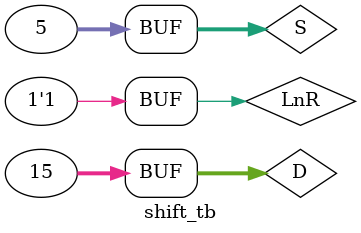
<source format=v>
`include "prj_definition.v"

module SHIFT32(Y,D,S, LnR);
// output list
output [31:0] Y;
// input list
input [31:0] D;
input [31:0] S;
input LnR;

wire muxS;
wire [31:0]ors,shiftRes;
genvar i;
generate 
	for(i=0;i<26;i=i+1)
	begin:or_gen_loop
	if(i==0)begin or or0(ors[i],S[i+5],S[i+6]);end
	else if(i==25)begin or or31(muxS,ors[i-1],S[i+6]);end
	else begin or orn(ors[i],ors[i-1],S[i+6]); end
	end
endgenerate
BARREL_SHIFTER32 shift(.Y(shiftRes),.D(D),.S(S), .LnR(LnR));
MUX32_2x1 final(.Y(Y), .I0(shiftRes), .I1(32'd0), .S(muxS));
endmodule

// Shift with control L or R shift
module BARREL_SHIFTER32(Y,D,S, LnR);
// output list
output [31:0] Y;
// input list
input [31:0] D;
input [4:0] S;
input LnR;
wire [31:0]resR,resL;

SHIFT32_R shiftr(.Y(resR),.D(D),.S(S));
SHIFT32_L shiftl(.Y(resL),.D(D),.S(S));
MUX32_2x1 LorR(.Y(Y),.I0(resR),.I1(resL),.S(LnR));
endmodule

// Right shifter
module SHIFT32_R(Y,D,S);
// output list
output [31:0] Y;
// input list
input [31:0] D;
input [4:0] S;

wire [31:0]S1,S2,S3,S4;

genvar i;
generate
	for(i=31;i>=0;i=i-1)
	begin:SHIFT32_R_gen_loop
	
	if(i>30)begin MUX1_2x1 Stage1(.Y(S1[i]),.I0(D[i]),.I1(1'b0),.S(S[0]));end
	else begin MUX1_2x1 Stage1(.Y(S1[i]),.I0(D[i]),.I1(D[i+1]),.S(S[0])); end
	
	if(i>29)begin MUX1_2x1 Stage2(.Y(S2[i]),.I0(S1[i]),.I1(1'b0),.S(S[1]));end
	else begin MUX1_2x1 Stage2(.Y(S2[i]),.I0(S1[i]),.I1(D[i+2]),.S(S[1]));end
	
	if(i>27)begin MUX1_2x1 Stage3(.Y(S3[i]),.I0(S2[i]),.I1(1'b0),.S(S[2]));end
	else begin MUX1_2x1 Stage3(.Y(S3[i]),.I0(S2[i]),.I1(S2[i+4]),.S(S[2]));end
	
	if(i>23)begin MUX1_2x1 Stage4(.Y(S4[i]),.I0(S3[i]),.I1(1'b0),.S(S[3]));end
	else begin MUX1_2x1 Stage4(.Y(S4[i]),.I0(S3[i]),.I1(S3[i+8]),.S(S[3]));end
	
	if(i>15)begin MUX1_2x1 Stage5(.Y(Y[i]),.I0(S4[i]),.I1(1'b0),.S(S[4]));end
	else begin MUX1_2x1 Stage5(.Y(Y[i]),.I0(S4[i]),.I1(S4[i+16]),.S(S[4]));end
	
	end
endgenerate

endmodule

// Left shifter
module SHIFT32_L(Y,D,S);
// output list
output [31:0] Y;
// input list
input [31:0] D;
input [4:0] S;

wire [31:0]S1,S2,S3,S4;

genvar i;
generate
	for(i=0;i<32;i=i+1)
	begin : SHIFT32_L_gen_loop
	if(i<1)begin MUX1_2x1 Stage1(.Y(S1[i]),.I0(D[i]),.I1(1'b0),.S(S[0]));end
	else begin MUX1_2x1 Stage1(.Y(S1[i]),.I0(D[i]),.I1(D[i-1]),.S(S[0])); end
	
	if(i<2)begin MUX1_2x1 Stage2(.Y(S2[i]),.I0(S1[i]),.I1(1'b0),.S(S[1]));end
	else begin MUX1_2x1 Stage2(.Y(S2[i]),.I0(S1[i]),.I1(D[i-2]),.S(S[1]));end
	
	if(i<4)begin MUX1_2x1 Stage3(.Y(S3[i]),.I0(S2[i]),.I1(1'b0),.S(S[2]));end
	else begin MUX1_2x1 Stage3(.Y(S3[i]),.I0(S2[i]),.I1(S2[i-4]),.S(S[2]));end
	
	if(i<8)begin MUX1_2x1 Stage4(.Y(S4[i]),.I0(S3[i]),.I1(1'b0),.S(S[3]));end
	else begin MUX1_2x1 Stage4(.Y(S4[i]),.I0(S3[i]),.I1(S3[i-8]),.S(S[3]));end
	
	if(i<16)begin MUX1_2x1 Stage5(.Y(Y[i]),.I0(S4[i]),.I1(1'b0),.S(S[4]));end
	else begin MUX1_2x1 Stage5(.Y(Y[i]),.I0(S4[i]),.I1(S4[i-16]),.S(S[4]));end
	
	end
endgenerate
endmodule

module shift_tb;
wire[31:0]Y;
reg[31:0]D,S;
reg LnR;
SHIFT32 shifter(.Y(Y),.D(D),.S(S), .LnR(LnR));
initial
begin
#5 D=32'd15;S=32'd5;LnR=0;
#5 D=32'd15;S=32'd5;LnR=1;
end
endmodule

</source>
